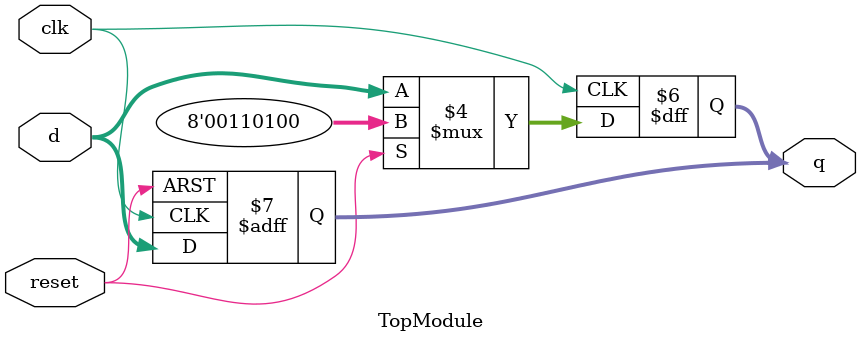
<source format=sv>

module TopModule (
  input clk,
  input [7:0] d,
  input reset,
  output reg [7:0] q
);
  reg [7:0] q;

  always @(posedge clk or posedge reset) begin
    if (reset) begin
      q <= 8'b00110100;  // Reset to 0x34
    end else begin
      q <= d;
    end
  end

  always @(negedge clk) begin
    if (reset) begin
      q <= 8'b00110100;
    end else begin
      q <= d;
    end
  end
endmodule

</source>
